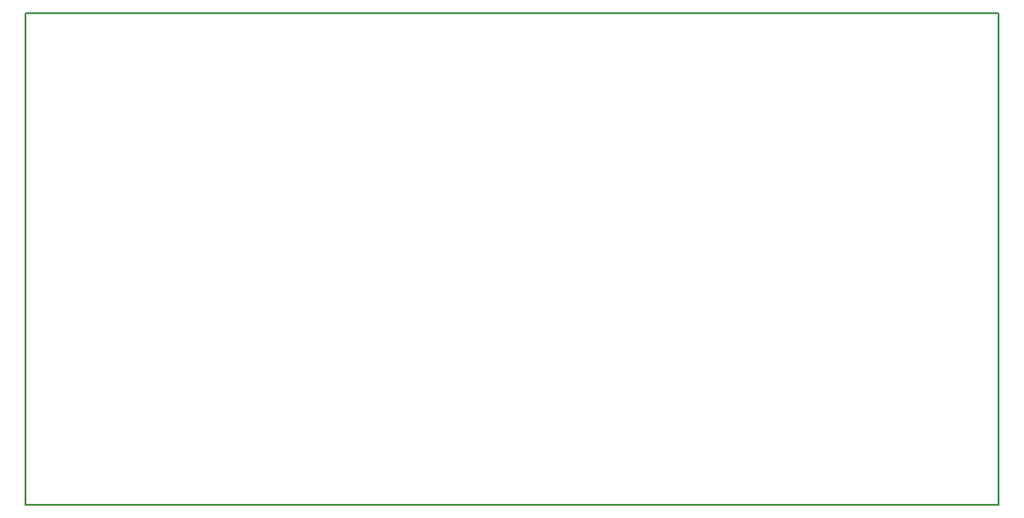
<source format=gbo>
G04 MADE WITH FRITZING*
G04 WWW.FRITZING.ORG*
G04 DOUBLE SIDED*
G04 HOLES PLATED*
G04 CONTOUR ON CENTER OF CONTOUR VECTOR*
%ASAXBY*%
%FSLAX23Y23*%
%MOIN*%
%OFA0B0*%
%SFA1.0B1.0*%
%ADD10R,3.446390X1.744540X3.430390X1.728540*%
%ADD11C,0.008000*%
%LNSILK0*%
G90*
G70*
G54D11*
X4Y1741D02*
X3442Y1741D01*
X3442Y4D01*
X4Y4D01*
X4Y1741D01*
D02*
G04 End of Silk0*
M02*
</source>
